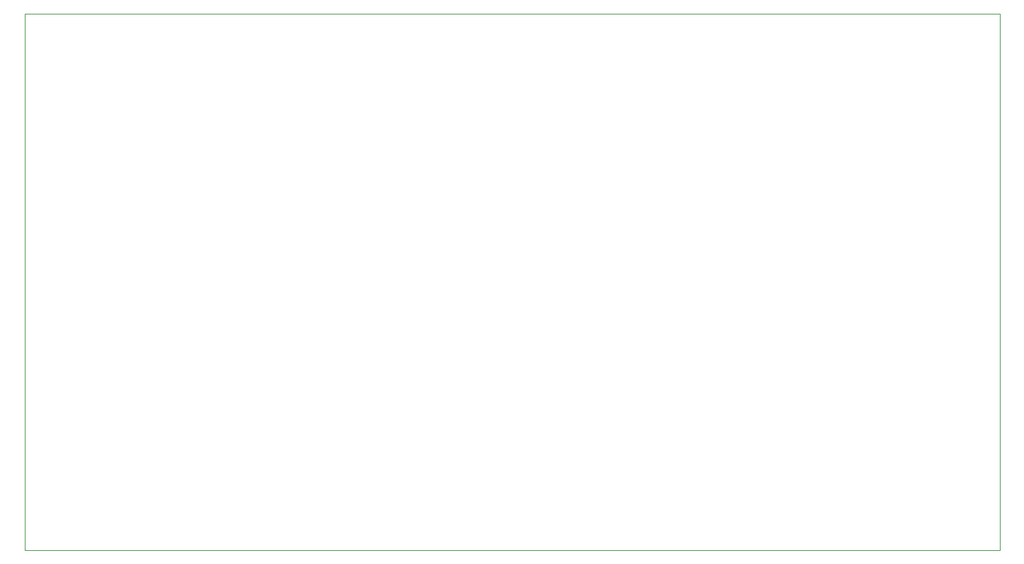
<source format=gbr>
G04 #@! TF.GenerationSoftware,KiCad,Pcbnew,9.0.4*
G04 #@! TF.CreationDate,2026-02-27T08:05:58+01:00*
G04 #@! TF.ProjectId,SABR PCB BOARD PROJECT,53414252-2050-4434-9220-424f41524420,rev?*
G04 #@! TF.SameCoordinates,Original*
G04 #@! TF.FileFunction,Profile,NP*
%FSLAX46Y46*%
G04 Gerber Fmt 4.6, Leading zero omitted, Abs format (unit mm)*
G04 Created by KiCad (PCBNEW 9.0.4) date 2026-02-27 08:05:58*
%MOMM*%
%LPD*%
G01*
G04 APERTURE LIST*
G04 #@! TA.AperFunction,Profile*
%ADD10C,0.050000*%
G04 #@! TD*
G04 APERTURE END LIST*
D10*
X41900000Y-38000000D02*
X161700000Y-38000000D01*
X161700000Y-104000000D01*
X41900000Y-104000000D01*
X41900000Y-38000000D01*
M02*

</source>
